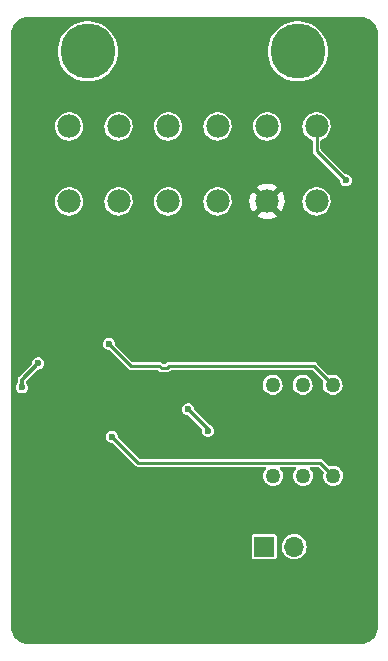
<source format=gbr>
%TF.GenerationSoftware,KiCad,Pcbnew,(6.0.8)*%
%TF.CreationDate,2023-06-01T04:31:02+02:00*%
%TF.ProjectId,BSPD-07,42535044-2d30-4372-9e6b-696361645f70,rev?*%
%TF.SameCoordinates,Original*%
%TF.FileFunction,Copper,L2,Bot*%
%TF.FilePolarity,Positive*%
%FSLAX46Y46*%
G04 Gerber Fmt 4.6, Leading zero omitted, Abs format (unit mm)*
G04 Created by KiCad (PCBNEW (6.0.8)) date 2023-06-01 04:31:02*
%MOMM*%
%LPD*%
G01*
G04 APERTURE LIST*
%TA.AperFunction,ComponentPad*%
%ADD10C,1.269000*%
%TD*%
%TA.AperFunction,ComponentPad*%
%ADD11R,1.700000X1.700000*%
%TD*%
%TA.AperFunction,ComponentPad*%
%ADD12O,1.700000X1.700000*%
%TD*%
%TA.AperFunction,ComponentPad*%
%ADD13C,1.965000*%
%TD*%
%TA.AperFunction,ComponentPad*%
%ADD14C,4.665000*%
%TD*%
%TA.AperFunction,ViaPad*%
%ADD15C,0.600000*%
%TD*%
%TA.AperFunction,Conductor*%
%ADD16C,0.300000*%
%TD*%
%TA.AperFunction,Conductor*%
%ADD17C,0.254000*%
%TD*%
G04 APERTURE END LIST*
D10*
%TO.P,RV1,1,1*%
%TO.N,unconnected-(RV1-Pad1)*%
X170685200Y-113715800D03*
%TO.P,RV1,2,2*%
%TO.N,+5V*%
X173225200Y-113715800D03*
%TO.P,RV1,3,3*%
%TO.N,TPS_TRIG*%
X175765200Y-113715800D03*
%TD*%
%TO.P,RV2,1,1*%
%TO.N,unconnected-(RV2-Pad1)*%
X170736000Y-121437400D03*
%TO.P,RV2,2,2*%
%TO.N,+5V*%
X173276000Y-121437400D03*
%TO.P,RV2,3,3*%
%TO.N,BRAKE_TRIG*%
X175816000Y-121437400D03*
%TD*%
D11*
%TO.P,JP1,1,A*%
%TO.N,SAFETY_IN*%
X169969000Y-127431800D03*
D12*
%TO.P,JP1,2,B*%
%TO.N,SAFETY_OUT*%
X172509000Y-127431800D03*
%TD*%
D13*
%TO.P,J1,1,1*%
%TO.N,+12V*%
X174403800Y-98196400D03*
%TO.P,J1,2,2*%
%TO.N,GND*%
X170213800Y-98196400D03*
%TO.P,J1,3,3*%
%TO.N,SAFETY_OUT*%
X166023800Y-98196400D03*
%TO.P,J1,4,4*%
%TO.N,unconnected-(J1-Pad4)*%
X161833800Y-98196400D03*
%TO.P,J1,5,5*%
%TO.N,+5V*%
X157643800Y-98196400D03*
%TO.P,J1,6,6*%
%TO.N,TPS_IN*%
X153453800Y-98196400D03*
%TO.P,J1,7,7*%
%TO.N,BRAKE_IN*%
X153453800Y-91846400D03*
%TO.P,J1,8,8*%
%TO.N,unconnected-(J1-Pad8)*%
X157643800Y-91846400D03*
%TO.P,J1,9,9*%
%TO.N,unconnected-(J1-Pad9)*%
X161833800Y-91846400D03*
%TO.P,J1,10,10*%
%TO.N,SAFETY_IN*%
X166023800Y-91846400D03*
%TO.P,J1,11,11*%
%TO.N,BRAKE_TRIG*%
X170213800Y-91846400D03*
%TO.P,J1,12,12*%
%TO.N,TPS_TRIG*%
X174403800Y-91846400D03*
D14*
%TO.P,J1,MH1,MH1*%
%TO.N,unconnected-(J1-PadMH1)*%
X172813800Y-85496400D03*
%TO.P,J1,MH2,MH2*%
%TO.N,unconnected-(J1-PadMH2)*%
X155033800Y-85496400D03*
%TD*%
D15*
%TO.N,GND*%
X161592000Y-121503400D03*
X154022800Y-110388400D03*
X153286200Y-110388400D03*
X160499800Y-120929400D03*
X152854400Y-105283000D03*
X171675800Y-103784400D03*
X151584400Y-120370600D03*
X161592000Y-117424200D03*
X159229800Y-120929400D03*
X155597600Y-133629400D03*
X173580800Y-104673400D03*
X159864800Y-120929400D03*
X153311600Y-118135400D03*
X150466800Y-130225800D03*
X152803600Y-126974600D03*
X169161200Y-109296200D03*
X175816000Y-131292600D03*
X169643800Y-103784400D03*
X152962800Y-109372400D03*
X154784800Y-110388400D03*
X172691800Y-103784400D03*
X172691800Y-104673400D03*
X153133800Y-129260600D03*
X173580800Y-103784400D03*
X152708800Y-112166400D03*
X163884800Y-114960400D03*
X154784800Y-118135400D03*
X154022800Y-118135400D03*
X161541200Y-109829600D03*
X161592000Y-104114600D03*
X170659800Y-104673400D03*
X152962800Y-116992400D03*
X161515800Y-111658400D03*
X164640000Y-121488200D03*
X163219600Y-131699000D03*
X171675800Y-104673400D03*
X170659800Y-103784400D03*
%TO.N,+5V*%
X150847800Y-111912400D03*
X165204302Y-117627400D03*
X163547800Y-115798600D03*
X149450800Y-113944400D03*
%TO.N,TPS_TRIG*%
X176882800Y-96418400D03*
X156816800Y-110261400D03*
%TO.N,BRAKE_TRIG*%
X157070800Y-118135400D03*
%TD*%
D16*
%TO.N,+5V*%
X165204302Y-117455102D02*
X163547800Y-115798600D01*
X165204302Y-117627400D02*
X165204302Y-117455102D01*
X149450800Y-113309400D02*
X150847800Y-111912400D01*
X149450800Y-113944400D02*
X149450800Y-113309400D01*
D17*
%TO.N,TPS_TRIG*%
X176882800Y-96418400D02*
X174403800Y-93939400D01*
X161256088Y-112285400D02*
X161775512Y-112285400D01*
X158696400Y-112141000D02*
X161111688Y-112141000D01*
X156816800Y-110261400D02*
X158696400Y-112141000D01*
X174403800Y-93939400D02*
X174403800Y-91855400D01*
X161111688Y-112141000D02*
X161256088Y-112285400D01*
X174190400Y-112141000D02*
X175765200Y-113715800D01*
X161775512Y-112285400D02*
X161919912Y-112141000D01*
X161919912Y-112141000D02*
X174190400Y-112141000D01*
%TO.N,BRAKE_TRIG*%
X157070800Y-118135400D02*
X157121600Y-118135400D01*
X174681000Y-120302400D02*
X175816000Y-121437400D01*
X157121600Y-118135400D02*
X159288600Y-120302400D01*
X159288600Y-120302400D02*
X174681000Y-120302400D01*
%TD*%
%TA.AperFunction,Conductor*%
%TO.N,GND*%
G36*
X178133961Y-82595574D02*
G01*
X178138598Y-82595582D01*
X178152427Y-82598762D01*
X178166269Y-82595630D01*
X178176630Y-82595648D01*
X178186289Y-82596036D01*
X178368572Y-82610382D01*
X178388099Y-82613475D01*
X178588921Y-82661688D01*
X178607715Y-82667794D01*
X178798524Y-82746830D01*
X178816129Y-82755800D01*
X178992229Y-82863714D01*
X179008224Y-82875336D01*
X179165261Y-83009458D01*
X179179242Y-83023439D01*
X179313364Y-83180476D01*
X179324985Y-83196469D01*
X179432900Y-83372571D01*
X179441870Y-83390176D01*
X179520904Y-83580980D01*
X179527012Y-83599779D01*
X179573320Y-83792666D01*
X179575225Y-83800600D01*
X179578318Y-83820128D01*
X179592744Y-84003428D01*
X179593132Y-84013533D01*
X179593118Y-84021699D01*
X179589938Y-84035527D01*
X179593070Y-84049368D01*
X179593063Y-84053278D01*
X179595300Y-84073300D01*
X179595300Y-134162910D01*
X179593126Y-134182061D01*
X179593118Y-134186698D01*
X179589938Y-134200527D01*
X179593070Y-134214369D01*
X179593052Y-134224730D01*
X179592664Y-134234396D01*
X179578318Y-134416672D01*
X179575225Y-134436200D01*
X179527014Y-134637016D01*
X179520906Y-134655815D01*
X179441870Y-134846624D01*
X179432900Y-134864229D01*
X179402384Y-134914027D01*
X179324986Y-135040329D01*
X179313364Y-135056324D01*
X179179242Y-135213361D01*
X179165261Y-135227342D01*
X179008224Y-135361464D01*
X178992231Y-135373085D01*
X178816129Y-135481000D01*
X178798524Y-135489970D01*
X178607715Y-135569006D01*
X178588921Y-135575112D01*
X178388100Y-135623325D01*
X178368572Y-135626418D01*
X178185272Y-135640844D01*
X178175167Y-135641232D01*
X178167001Y-135641218D01*
X178153173Y-135638038D01*
X178139332Y-135641170D01*
X178135422Y-135641163D01*
X178115400Y-135643400D01*
X149996790Y-135643400D01*
X149977639Y-135641226D01*
X149973002Y-135641218D01*
X149959173Y-135638038D01*
X149945331Y-135641170D01*
X149934970Y-135641152D01*
X149925311Y-135640764D01*
X149743028Y-135626418D01*
X149723500Y-135623325D01*
X149522679Y-135575112D01*
X149503885Y-135569006D01*
X149313076Y-135489970D01*
X149295471Y-135481000D01*
X149119369Y-135373085D01*
X149103376Y-135361464D01*
X148946339Y-135227342D01*
X148932358Y-135213361D01*
X148798236Y-135056324D01*
X148786614Y-135040329D01*
X148709216Y-134914027D01*
X148678700Y-134864229D01*
X148669730Y-134846624D01*
X148590694Y-134655815D01*
X148584586Y-134637016D01*
X148536375Y-134436200D01*
X148533282Y-134416672D01*
X148519140Y-134236984D01*
X148519578Y-134212695D01*
X148520049Y-134208601D01*
X148521661Y-134201647D01*
X148521662Y-134200900D01*
X148519454Y-134191222D01*
X148516300Y-134163207D01*
X148516300Y-126561263D01*
X168910500Y-126561263D01*
X168910501Y-128302336D01*
X168922597Y-128363153D01*
X168968680Y-128432120D01*
X169037647Y-128478203D01*
X169049816Y-128480624D01*
X169049817Y-128480624D01*
X169091519Y-128488919D01*
X169098463Y-128490300D01*
X169968859Y-128490300D01*
X170839536Y-128490299D01*
X170900353Y-128478203D01*
X170910670Y-128471310D01*
X170910671Y-128471309D01*
X170959007Y-128439011D01*
X170969320Y-128432120D01*
X171015403Y-128363153D01*
X171017825Y-128350980D01*
X171026293Y-128308405D01*
X171027500Y-128302337D01*
X171027499Y-127416950D01*
X171445482Y-127416950D01*
X171462852Y-127623804D01*
X171520069Y-127823345D01*
X171522887Y-127828827D01*
X171522888Y-127828831D01*
X171612135Y-128002486D01*
X171614955Y-128007973D01*
X171743894Y-128170654D01*
X171748581Y-128174643D01*
X171748584Y-128174646D01*
X171897284Y-128301199D01*
X171901976Y-128305192D01*
X172083180Y-128406464D01*
X172280603Y-128470610D01*
X172486725Y-128495189D01*
X172492860Y-128494717D01*
X172492862Y-128494717D01*
X172687555Y-128479736D01*
X172687560Y-128479735D01*
X172693696Y-128479263D01*
X172699626Y-128477607D01*
X172699628Y-128477607D01*
X172793664Y-128451351D01*
X172893632Y-128423440D01*
X172992558Y-128373469D01*
X173073416Y-128332625D01*
X173073418Y-128332624D01*
X173078917Y-128329846D01*
X173242495Y-128202045D01*
X173378133Y-128044906D01*
X173480667Y-127864414D01*
X173546190Y-127667444D01*
X173572207Y-127461498D01*
X173572622Y-127431800D01*
X173552365Y-127225208D01*
X173492368Y-127026485D01*
X173394913Y-126843201D01*
X173346083Y-126783329D01*
X173267610Y-126687111D01*
X173267607Y-126687108D01*
X173263715Y-126682336D01*
X173256770Y-126676590D01*
X173108518Y-126553945D01*
X173108519Y-126553945D01*
X173103770Y-126550017D01*
X173098353Y-126547088D01*
X173098350Y-126547086D01*
X172926590Y-126454216D01*
X172926585Y-126454214D01*
X172921170Y-126451286D01*
X172722871Y-126389902D01*
X172716746Y-126389258D01*
X172716745Y-126389258D01*
X172522554Y-126368848D01*
X172522552Y-126368848D01*
X172516425Y-126368204D01*
X172447168Y-126374507D01*
X172315836Y-126386459D01*
X172315833Y-126386460D01*
X172309697Y-126387018D01*
X172303791Y-126388756D01*
X172303787Y-126388757D01*
X172182041Y-126424589D01*
X172110560Y-126445627D01*
X171926600Y-126541799D01*
X171764823Y-126671871D01*
X171760865Y-126676588D01*
X171760863Y-126676590D01*
X171756042Y-126682336D01*
X171631391Y-126830889D01*
X171628427Y-126836281D01*
X171628424Y-126836285D01*
X171624622Y-126843201D01*
X171531387Y-127012795D01*
X171468621Y-127210661D01*
X171467935Y-127216778D01*
X171467934Y-127216782D01*
X171466989Y-127225208D01*
X171445482Y-127416950D01*
X171027499Y-127416950D01*
X171027499Y-126561264D01*
X171015403Y-126500447D01*
X170969320Y-126431480D01*
X170900353Y-126385397D01*
X170888184Y-126382976D01*
X170888183Y-126382976D01*
X170845605Y-126374507D01*
X170839537Y-126373300D01*
X169969141Y-126373300D01*
X169098464Y-126373301D01*
X169037647Y-126385397D01*
X169027330Y-126392290D01*
X169027329Y-126392291D01*
X168983065Y-126421868D01*
X168968680Y-126431480D01*
X168922597Y-126500447D01*
X168920176Y-126512616D01*
X168920176Y-126512617D01*
X168914939Y-126538945D01*
X168910500Y-126561263D01*
X148516300Y-126561263D01*
X148516300Y-118129124D01*
X156557109Y-118129124D01*
X156575995Y-118273552D01*
X156579609Y-118281765D01*
X156579610Y-118281769D01*
X156619367Y-118372122D01*
X156634659Y-118406874D01*
X156728383Y-118518373D01*
X156735860Y-118523350D01*
X156842161Y-118594110D01*
X156842163Y-118594111D01*
X156849634Y-118599084D01*
X156988664Y-118642521D01*
X157068829Y-118643990D01*
X157106511Y-118644681D01*
X157174254Y-118665928D01*
X157193297Y-118681565D01*
X159037112Y-120525381D01*
X159044538Y-120533484D01*
X159069618Y-120563373D01*
X159079161Y-120568883D01*
X159079165Y-120568886D01*
X159103397Y-120582876D01*
X159112664Y-120588780D01*
X159144624Y-120611158D01*
X159155275Y-120614012D01*
X159158847Y-120615678D01*
X159162539Y-120617022D01*
X159172082Y-120622531D01*
X159182935Y-120624445D01*
X159182936Y-120624445D01*
X159198396Y-120627171D01*
X159210494Y-120629304D01*
X159221224Y-120631683D01*
X159248256Y-120638926D01*
X159248257Y-120638926D01*
X159258908Y-120641780D01*
X159297781Y-120638379D01*
X159308763Y-120637900D01*
X170038505Y-120637900D01*
X170106626Y-120657902D01*
X170153119Y-120711558D01*
X170163223Y-120781832D01*
X170132141Y-120848210D01*
X170050242Y-120939168D01*
X169961640Y-121092633D01*
X169959602Y-121098906D01*
X169959600Y-121098910D01*
X169948128Y-121134217D01*
X169906880Y-121261165D01*
X169888357Y-121437400D01*
X169906880Y-121613635D01*
X169961640Y-121782167D01*
X170050242Y-121935632D01*
X170168816Y-122067322D01*
X170174158Y-122071203D01*
X170174160Y-122071205D01*
X170306836Y-122167599D01*
X170312178Y-122171480D01*
X170318206Y-122174164D01*
X170318208Y-122174165D01*
X170468031Y-122240870D01*
X170474064Y-122243556D01*
X170480522Y-122244929D01*
X170480526Y-122244930D01*
X170567132Y-122263339D01*
X170647397Y-122280400D01*
X170824603Y-122280400D01*
X170904868Y-122263339D01*
X170991474Y-122244930D01*
X170991478Y-122244929D01*
X170997936Y-122243556D01*
X171003969Y-122240870D01*
X171153792Y-122174165D01*
X171153794Y-122174164D01*
X171159822Y-122171480D01*
X171165164Y-122167599D01*
X171297840Y-122071205D01*
X171297842Y-122071203D01*
X171303184Y-122067322D01*
X171421758Y-121935632D01*
X171510360Y-121782167D01*
X171565120Y-121613635D01*
X171583643Y-121437400D01*
X171565120Y-121261165D01*
X171523872Y-121134217D01*
X171512400Y-121098910D01*
X171512398Y-121098906D01*
X171510360Y-121092633D01*
X171421758Y-120939168D01*
X171339859Y-120848210D01*
X171309142Y-120784203D01*
X171317906Y-120713749D01*
X171363368Y-120659218D01*
X171433495Y-120637900D01*
X172578505Y-120637900D01*
X172646626Y-120657902D01*
X172693119Y-120711558D01*
X172703223Y-120781832D01*
X172672141Y-120848210D01*
X172590242Y-120939168D01*
X172501640Y-121092633D01*
X172499602Y-121098906D01*
X172499600Y-121098910D01*
X172488128Y-121134217D01*
X172446880Y-121261165D01*
X172428357Y-121437400D01*
X172446880Y-121613635D01*
X172501640Y-121782167D01*
X172590242Y-121935632D01*
X172708816Y-122067322D01*
X172714158Y-122071203D01*
X172714160Y-122071205D01*
X172846836Y-122167599D01*
X172852178Y-122171480D01*
X172858206Y-122174164D01*
X172858208Y-122174165D01*
X173008031Y-122240870D01*
X173014064Y-122243556D01*
X173020522Y-122244929D01*
X173020526Y-122244930D01*
X173107132Y-122263339D01*
X173187397Y-122280400D01*
X173364603Y-122280400D01*
X173444868Y-122263339D01*
X173531474Y-122244930D01*
X173531478Y-122244929D01*
X173537936Y-122243556D01*
X173543969Y-122240870D01*
X173693792Y-122174165D01*
X173693794Y-122174164D01*
X173699822Y-122171480D01*
X173705164Y-122167599D01*
X173837840Y-122071205D01*
X173837842Y-122071203D01*
X173843184Y-122067322D01*
X173961758Y-121935632D01*
X174050360Y-121782167D01*
X174105120Y-121613635D01*
X174123643Y-121437400D01*
X174105120Y-121261165D01*
X174063872Y-121134217D01*
X174052400Y-121098910D01*
X174052398Y-121098906D01*
X174050360Y-121092633D01*
X173961758Y-120939168D01*
X173879859Y-120848210D01*
X173849142Y-120784203D01*
X173857906Y-120713749D01*
X173903368Y-120659218D01*
X173973495Y-120637900D01*
X174489842Y-120637900D01*
X174557963Y-120657902D01*
X174578937Y-120674805D01*
X174976037Y-121071905D01*
X175010063Y-121134217D01*
X175006775Y-121199935D01*
X174986880Y-121261165D01*
X174968357Y-121437400D01*
X174986880Y-121613635D01*
X175041640Y-121782167D01*
X175130242Y-121935632D01*
X175248816Y-122067322D01*
X175254158Y-122071203D01*
X175254160Y-122071205D01*
X175386836Y-122167599D01*
X175392178Y-122171480D01*
X175398206Y-122174164D01*
X175398208Y-122174165D01*
X175548031Y-122240870D01*
X175554064Y-122243556D01*
X175560522Y-122244929D01*
X175560526Y-122244930D01*
X175647132Y-122263339D01*
X175727397Y-122280400D01*
X175904603Y-122280400D01*
X175984868Y-122263339D01*
X176071474Y-122244930D01*
X176071478Y-122244929D01*
X176077936Y-122243556D01*
X176083969Y-122240870D01*
X176233792Y-122174165D01*
X176233794Y-122174164D01*
X176239822Y-122171480D01*
X176245164Y-122167599D01*
X176377840Y-122071205D01*
X176377842Y-122071203D01*
X176383184Y-122067322D01*
X176501758Y-121935632D01*
X176590360Y-121782167D01*
X176645120Y-121613635D01*
X176663643Y-121437400D01*
X176645120Y-121261165D01*
X176603872Y-121134217D01*
X176592400Y-121098910D01*
X176592398Y-121098906D01*
X176590360Y-121092633D01*
X176501758Y-120939168D01*
X176383184Y-120807478D01*
X176377842Y-120803597D01*
X176377840Y-120803595D01*
X176245164Y-120707201D01*
X176245163Y-120707200D01*
X176239822Y-120703320D01*
X176233794Y-120700636D01*
X176233792Y-120700635D01*
X176083969Y-120633930D01*
X176077936Y-120631244D01*
X176071478Y-120629871D01*
X176071474Y-120629870D01*
X175983441Y-120611158D01*
X175904603Y-120594400D01*
X175727397Y-120594400D01*
X175563455Y-120629248D01*
X175492665Y-120623846D01*
X175448164Y-120595096D01*
X174932493Y-120079425D01*
X174925066Y-120071321D01*
X174907068Y-120049872D01*
X174899982Y-120041427D01*
X174890437Y-120035916D01*
X174890433Y-120035913D01*
X174866194Y-120021919D01*
X174856923Y-120016013D01*
X174824976Y-119993643D01*
X174814328Y-119990790D01*
X174810754Y-119989123D01*
X174807063Y-119987779D01*
X174797518Y-119982269D01*
X174786665Y-119980355D01*
X174786664Y-119980355D01*
X174771389Y-119977662D01*
X174759096Y-119975494D01*
X174748365Y-119973115D01*
X174721339Y-119965873D01*
X174721334Y-119965873D01*
X174710692Y-119963021D01*
X174699717Y-119963981D01*
X174699715Y-119963981D01*
X174671826Y-119966421D01*
X174660845Y-119966900D01*
X159479759Y-119966900D01*
X159411638Y-119946898D01*
X159390664Y-119929995D01*
X157612283Y-118151615D01*
X157578258Y-118089303D01*
X157576651Y-118080382D01*
X157565155Y-118000107D01*
X157565152Y-118000098D01*
X157563880Y-117991213D01*
X157532108Y-117921334D01*
X157507308Y-117866790D01*
X157507307Y-117866788D01*
X157503592Y-117858618D01*
X157408513Y-117748273D01*
X157286285Y-117669048D01*
X157146734Y-117627314D01*
X157137758Y-117627259D01*
X157137757Y-117627259D01*
X157076444Y-117626885D01*
X157001079Y-117626424D01*
X156861029Y-117666451D01*
X156737842Y-117744176D01*
X156641422Y-117853351D01*
X156637608Y-117861474D01*
X156637607Y-117861476D01*
X156616426Y-117906590D01*
X156579519Y-117985200D01*
X156578139Y-117994065D01*
X156578138Y-117994067D01*
X156561451Y-118101239D01*
X156557109Y-118129124D01*
X148516300Y-118129124D01*
X148516300Y-115792324D01*
X163034109Y-115792324D01*
X163035273Y-115801226D01*
X163035273Y-115801229D01*
X163046896Y-115890114D01*
X163052995Y-115936752D01*
X163056609Y-115944965D01*
X163056610Y-115944969D01*
X163096367Y-116035322D01*
X163111659Y-116070074D01*
X163205383Y-116181573D01*
X163212860Y-116186550D01*
X163319161Y-116257310D01*
X163319163Y-116257311D01*
X163326634Y-116262284D01*
X163465664Y-116305721D01*
X163498627Y-116306325D01*
X163566369Y-116327572D01*
X163585413Y-116343209D01*
X164668631Y-117426426D01*
X164702656Y-117488738D01*
X164704036Y-117534905D01*
X164690611Y-117621124D01*
X164691775Y-117630026D01*
X164691775Y-117630029D01*
X164697164Y-117671239D01*
X164709497Y-117765552D01*
X164713111Y-117773765D01*
X164713112Y-117773769D01*
X164748130Y-117853351D01*
X164768161Y-117898874D01*
X164773936Y-117905744D01*
X164773937Y-117905746D01*
X164856105Y-118003497D01*
X164861885Y-118010373D01*
X164869362Y-118015350D01*
X164975663Y-118086110D01*
X164975665Y-118086111D01*
X164983136Y-118091084D01*
X165122166Y-118134521D01*
X165267800Y-118137190D01*
X165338064Y-118118033D01*
X165399665Y-118101239D01*
X165399666Y-118101239D01*
X165408328Y-118098877D01*
X165416661Y-118093761D01*
X165524804Y-118027361D01*
X165532456Y-118022663D01*
X165539076Y-118015350D01*
X165624175Y-117921334D01*
X165624176Y-117921333D01*
X165630203Y-117914674D01*
X165660657Y-117851818D01*
X165689797Y-117791672D01*
X165689797Y-117791671D01*
X165693712Y-117783591D01*
X165712983Y-117669048D01*
X165717072Y-117644744D01*
X165717072Y-117644741D01*
X165717878Y-117639952D01*
X165718031Y-117627400D01*
X165697382Y-117483213D01*
X165692673Y-117472856D01*
X165640810Y-117358790D01*
X165640809Y-117358788D01*
X165637094Y-117350618D01*
X165542015Y-117240273D01*
X165423713Y-117163592D01*
X165403150Y-117146955D01*
X164092336Y-115836141D01*
X164058310Y-115773829D01*
X164056704Y-115764908D01*
X164042154Y-115663306D01*
X164042153Y-115663303D01*
X164040880Y-115654413D01*
X164037162Y-115646235D01*
X163984308Y-115529990D01*
X163984307Y-115529988D01*
X163980592Y-115521818D01*
X163885513Y-115411473D01*
X163763285Y-115332248D01*
X163623734Y-115290514D01*
X163614758Y-115290459D01*
X163614757Y-115290459D01*
X163553444Y-115290085D01*
X163478079Y-115289624D01*
X163338029Y-115329651D01*
X163214842Y-115407376D01*
X163118422Y-115516551D01*
X163056519Y-115648400D01*
X163055139Y-115657265D01*
X163055138Y-115657267D01*
X163036989Y-115773829D01*
X163034109Y-115792324D01*
X148516300Y-115792324D01*
X148516300Y-113938124D01*
X148937109Y-113938124D01*
X148938273Y-113947026D01*
X148938273Y-113947029D01*
X148949896Y-114035914D01*
X148955995Y-114082552D01*
X148959609Y-114090765D01*
X148959610Y-114090769D01*
X148960037Y-114091739D01*
X149014659Y-114215874D01*
X149020434Y-114222744D01*
X149020435Y-114222746D01*
X149027940Y-114231674D01*
X149108383Y-114327373D01*
X149115860Y-114332350D01*
X149222161Y-114403110D01*
X149222163Y-114403111D01*
X149229634Y-114408084D01*
X149368664Y-114451521D01*
X149514298Y-114454190D01*
X149584562Y-114435033D01*
X149646163Y-114418239D01*
X149646164Y-114418239D01*
X149654826Y-114415877D01*
X149663159Y-114410761D01*
X149716890Y-114377770D01*
X149778954Y-114339663D01*
X149785574Y-114332350D01*
X149870673Y-114238334D01*
X149870674Y-114238333D01*
X149876701Y-114231674D01*
X149885249Y-114214032D01*
X149936295Y-114108672D01*
X149936295Y-114108671D01*
X149940210Y-114100591D01*
X149964376Y-113956952D01*
X149964529Y-113944400D01*
X149943880Y-113800213D01*
X149940162Y-113792035D01*
X149905500Y-113715800D01*
X169837557Y-113715800D01*
X169838247Y-113722365D01*
X169845570Y-113792035D01*
X169856080Y-113892035D01*
X169858119Y-113898309D01*
X169858119Y-113898311D01*
X169874674Y-113949260D01*
X169910840Y-114060567D01*
X169999442Y-114214032D01*
X170003865Y-114218944D01*
X170101495Y-114327373D01*
X170118016Y-114345722D01*
X170123358Y-114349603D01*
X170123360Y-114349605D01*
X170256036Y-114445999D01*
X170261378Y-114449880D01*
X170267406Y-114452564D01*
X170267408Y-114452565D01*
X170271058Y-114454190D01*
X170423264Y-114521956D01*
X170429722Y-114523329D01*
X170429726Y-114523330D01*
X170516332Y-114541739D01*
X170596597Y-114558800D01*
X170773803Y-114558800D01*
X170854068Y-114541739D01*
X170940674Y-114523330D01*
X170940678Y-114523329D01*
X170947136Y-114521956D01*
X171099342Y-114454190D01*
X171102992Y-114452565D01*
X171102994Y-114452564D01*
X171109022Y-114449880D01*
X171114364Y-114445999D01*
X171247040Y-114349605D01*
X171247042Y-114349603D01*
X171252384Y-114345722D01*
X171268906Y-114327373D01*
X171366535Y-114218944D01*
X171370958Y-114214032D01*
X171459560Y-114060567D01*
X171495727Y-113949260D01*
X171512281Y-113898311D01*
X171512281Y-113898309D01*
X171514320Y-113892035D01*
X171524831Y-113792035D01*
X171532153Y-113722365D01*
X171532843Y-113715800D01*
X172377557Y-113715800D01*
X172378247Y-113722365D01*
X172385570Y-113792035D01*
X172396080Y-113892035D01*
X172398119Y-113898309D01*
X172398119Y-113898311D01*
X172414674Y-113949260D01*
X172450840Y-114060567D01*
X172539442Y-114214032D01*
X172543865Y-114218944D01*
X172641495Y-114327373D01*
X172658016Y-114345722D01*
X172663358Y-114349603D01*
X172663360Y-114349605D01*
X172796036Y-114445999D01*
X172801378Y-114449880D01*
X172807406Y-114452564D01*
X172807408Y-114452565D01*
X172811058Y-114454190D01*
X172963264Y-114521956D01*
X172969722Y-114523329D01*
X172969726Y-114523330D01*
X173056332Y-114541739D01*
X173136597Y-114558800D01*
X173313803Y-114558800D01*
X173394068Y-114541739D01*
X173480674Y-114523330D01*
X173480678Y-114523329D01*
X173487136Y-114521956D01*
X173639342Y-114454190D01*
X173642992Y-114452565D01*
X173642994Y-114452564D01*
X173649022Y-114449880D01*
X173654364Y-114445999D01*
X173787040Y-114349605D01*
X173787042Y-114349603D01*
X173792384Y-114345722D01*
X173808906Y-114327373D01*
X173906535Y-114218944D01*
X173910958Y-114214032D01*
X173999560Y-114060567D01*
X174035727Y-113949260D01*
X174052281Y-113898311D01*
X174052281Y-113898309D01*
X174054320Y-113892035D01*
X174064831Y-113792035D01*
X174072153Y-113722365D01*
X174072843Y-113715800D01*
X174062443Y-113616848D01*
X174055010Y-113546126D01*
X174055009Y-113546122D01*
X174054320Y-113539565D01*
X174027784Y-113457896D01*
X174001600Y-113377310D01*
X174001598Y-113377306D01*
X173999560Y-113371033D01*
X173969832Y-113319541D01*
X173914261Y-113223289D01*
X173910958Y-113217568D01*
X173801857Y-113096399D01*
X173796806Y-113090789D01*
X173796805Y-113090788D01*
X173792384Y-113085878D01*
X173787041Y-113081996D01*
X173787040Y-113081995D01*
X173654364Y-112985601D01*
X173654361Y-112985599D01*
X173649022Y-112981720D01*
X173642994Y-112979036D01*
X173642992Y-112979035D01*
X173493169Y-112912330D01*
X173487136Y-112909644D01*
X173480678Y-112908271D01*
X173480674Y-112908270D01*
X173394068Y-112889861D01*
X173313803Y-112872800D01*
X173136597Y-112872800D01*
X173056332Y-112889861D01*
X172969726Y-112908270D01*
X172969722Y-112908271D01*
X172963264Y-112909644D01*
X172851386Y-112959455D01*
X172807410Y-112979035D01*
X172801379Y-112981720D01*
X172658016Y-113085878D01*
X172653595Y-113090788D01*
X172653594Y-113090789D01*
X172648543Y-113096399D01*
X172539442Y-113217568D01*
X172536139Y-113223289D01*
X172480569Y-113319541D01*
X172450840Y-113371033D01*
X172448802Y-113377306D01*
X172448800Y-113377310D01*
X172422616Y-113457896D01*
X172396080Y-113539565D01*
X172395391Y-113546122D01*
X172395390Y-113546126D01*
X172387957Y-113616848D01*
X172377557Y-113715800D01*
X171532843Y-113715800D01*
X171522443Y-113616848D01*
X171515010Y-113546126D01*
X171515009Y-113546122D01*
X171514320Y-113539565D01*
X171487784Y-113457896D01*
X171461600Y-113377310D01*
X171461598Y-113377306D01*
X171459560Y-113371033D01*
X171429832Y-113319541D01*
X171374261Y-113223289D01*
X171370958Y-113217568D01*
X171261857Y-113096399D01*
X171256806Y-113090789D01*
X171256805Y-113090788D01*
X171252384Y-113085878D01*
X171247041Y-113081996D01*
X171247040Y-113081995D01*
X171114364Y-112985601D01*
X171114361Y-112985599D01*
X171109022Y-112981720D01*
X171102994Y-112979036D01*
X171102992Y-112979035D01*
X170953169Y-112912330D01*
X170947136Y-112909644D01*
X170940678Y-112908271D01*
X170940674Y-112908270D01*
X170854068Y-112889861D01*
X170773803Y-112872800D01*
X170596597Y-112872800D01*
X170516332Y-112889861D01*
X170429726Y-112908270D01*
X170429722Y-112908271D01*
X170423264Y-112909644D01*
X170311386Y-112959455D01*
X170267410Y-112979035D01*
X170261379Y-112981720D01*
X170118016Y-113085878D01*
X170113595Y-113090788D01*
X170113594Y-113090789D01*
X170108543Y-113096399D01*
X169999442Y-113217568D01*
X169996139Y-113223289D01*
X169940569Y-113319541D01*
X169910840Y-113371033D01*
X169908802Y-113377306D01*
X169908800Y-113377310D01*
X169882616Y-113457896D01*
X169856080Y-113539565D01*
X169855391Y-113546122D01*
X169855390Y-113546126D01*
X169847957Y-113616848D01*
X169837557Y-113715800D01*
X149905500Y-113715800D01*
X149887308Y-113675790D01*
X149887307Y-113675788D01*
X149883592Y-113667618D01*
X149877733Y-113660818D01*
X149839846Y-113616848D01*
X149810533Y-113552186D01*
X149809300Y-113534601D01*
X149809300Y-113510086D01*
X149829302Y-113441965D01*
X149846205Y-113420991D01*
X150808334Y-112458862D01*
X150870646Y-112424836D01*
X150899738Y-112421978D01*
X150911298Y-112422190D01*
X150985452Y-112401973D01*
X151043163Y-112386239D01*
X151043164Y-112386239D01*
X151051826Y-112383877D01*
X151071032Y-112372085D01*
X151168302Y-112312361D01*
X151175954Y-112307663D01*
X151273701Y-112199674D01*
X151337210Y-112068591D01*
X151361376Y-111924952D01*
X151361452Y-111918713D01*
X151361470Y-111917260D01*
X151361470Y-111917257D01*
X151361529Y-111912400D01*
X151349494Y-111828364D01*
X151342154Y-111777106D01*
X151342153Y-111777103D01*
X151340880Y-111768213D01*
X151337162Y-111760035D01*
X151284308Y-111643790D01*
X151284307Y-111643788D01*
X151280592Y-111635618D01*
X151185513Y-111525273D01*
X151063285Y-111446048D01*
X150923734Y-111404314D01*
X150914758Y-111404259D01*
X150914757Y-111404259D01*
X150853444Y-111403885D01*
X150778079Y-111403424D01*
X150638029Y-111443451D01*
X150514842Y-111521176D01*
X150418422Y-111630351D01*
X150356519Y-111762200D01*
X150355139Y-111771065D01*
X150355138Y-111771067D01*
X150338043Y-111880857D01*
X150307798Y-111945089D01*
X150302638Y-111950566D01*
X149233849Y-113019356D01*
X149217849Y-113032278D01*
X149214938Y-113034927D01*
X149206189Y-113040576D01*
X149199740Y-113048757D01*
X149186802Y-113065168D01*
X149183183Y-113069240D01*
X149183279Y-113069321D01*
X149179920Y-113073285D01*
X149176244Y-113076961D01*
X149165736Y-113091665D01*
X149162208Y-113096366D01*
X149132300Y-113134303D01*
X149129433Y-113142466D01*
X149124406Y-113149501D01*
X149121422Y-113159479D01*
X149110581Y-113195728D01*
X149108755Y-113201348D01*
X149092755Y-113246911D01*
X149092300Y-113252165D01*
X149092300Y-113254875D01*
X149092200Y-113257189D01*
X149092076Y-113257603D01*
X149092011Y-113257600D01*
X149091993Y-113257880D01*
X149090209Y-113263847D01*
X149090618Y-113274251D01*
X149092203Y-113314594D01*
X149092300Y-113319541D01*
X149092300Y-113534423D01*
X149072298Y-113602544D01*
X149060742Y-113617829D01*
X149021422Y-113662351D01*
X149017608Y-113670474D01*
X149017607Y-113670476D01*
X148993245Y-113722365D01*
X148959519Y-113794200D01*
X148937109Y-113938124D01*
X148516300Y-113938124D01*
X148516300Y-110255124D01*
X156303109Y-110255124D01*
X156321995Y-110399552D01*
X156325609Y-110407765D01*
X156325610Y-110407769D01*
X156365367Y-110498122D01*
X156380659Y-110532874D01*
X156474383Y-110644373D01*
X156481860Y-110649350D01*
X156588161Y-110720110D01*
X156588163Y-110720111D01*
X156595634Y-110725084D01*
X156734664Y-110768521D01*
X156800762Y-110769732D01*
X156868504Y-110790979D01*
X156887548Y-110806616D01*
X158444912Y-112363981D01*
X158452338Y-112372084D01*
X158477418Y-112401973D01*
X158486961Y-112407483D01*
X158486965Y-112407486D01*
X158511197Y-112421476D01*
X158520464Y-112427380D01*
X158552424Y-112449758D01*
X158563075Y-112452612D01*
X158566647Y-112454278D01*
X158570339Y-112455622D01*
X158579882Y-112461131D01*
X158590735Y-112463045D01*
X158590736Y-112463045D01*
X158606196Y-112465771D01*
X158618294Y-112467904D01*
X158629024Y-112470283D01*
X158656056Y-112477526D01*
X158656057Y-112477526D01*
X158666708Y-112480380D01*
X158705581Y-112476979D01*
X158716563Y-112476500D01*
X160919721Y-112476500D01*
X160987842Y-112496502D01*
X161016241Y-112521507D01*
X161037106Y-112546373D01*
X161046651Y-112551884D01*
X161070889Y-112565878D01*
X161080157Y-112571782D01*
X161112112Y-112594157D01*
X161122759Y-112597010D01*
X161126334Y-112598677D01*
X161130025Y-112600021D01*
X161139570Y-112605531D01*
X161150423Y-112607445D01*
X161150424Y-112607445D01*
X161165699Y-112610138D01*
X161177992Y-112612306D01*
X161188723Y-112614685D01*
X161215744Y-112621925D01*
X161215745Y-112621925D01*
X161226396Y-112624779D01*
X161265258Y-112621379D01*
X161276240Y-112620900D01*
X161755357Y-112620900D01*
X161766338Y-112621379D01*
X161794227Y-112623819D01*
X161794229Y-112623819D01*
X161805204Y-112624779D01*
X161815846Y-112621927D01*
X161815851Y-112621927D01*
X161842877Y-112614685D01*
X161853608Y-112612306D01*
X161865901Y-112610138D01*
X161881176Y-112607445D01*
X161881177Y-112607445D01*
X161892030Y-112605531D01*
X161901575Y-112600021D01*
X161905266Y-112598677D01*
X161908840Y-112597010D01*
X161919488Y-112594157D01*
X161951441Y-112571783D01*
X161960706Y-112565881D01*
X161984945Y-112551887D01*
X161984949Y-112551884D01*
X161994494Y-112546373D01*
X162001579Y-112537929D01*
X162001583Y-112537926D01*
X162015357Y-112521510D01*
X162074466Y-112482183D01*
X162111879Y-112476500D01*
X173999242Y-112476500D01*
X174067363Y-112496502D01*
X174088337Y-112513405D01*
X174925237Y-113350305D01*
X174959263Y-113412617D01*
X174955975Y-113478335D01*
X174936080Y-113539565D01*
X174935391Y-113546122D01*
X174935390Y-113546126D01*
X174927957Y-113616848D01*
X174917557Y-113715800D01*
X174918247Y-113722365D01*
X174925570Y-113792035D01*
X174936080Y-113892035D01*
X174938119Y-113898309D01*
X174938119Y-113898311D01*
X174954674Y-113949260D01*
X174990840Y-114060567D01*
X175079442Y-114214032D01*
X175083865Y-114218944D01*
X175181495Y-114327373D01*
X175198016Y-114345722D01*
X175203358Y-114349603D01*
X175203360Y-114349605D01*
X175336036Y-114445999D01*
X175341378Y-114449880D01*
X175347406Y-114452564D01*
X175347408Y-114452565D01*
X175351058Y-114454190D01*
X175503264Y-114521956D01*
X175509722Y-114523329D01*
X175509726Y-114523330D01*
X175596332Y-114541739D01*
X175676597Y-114558800D01*
X175853803Y-114558800D01*
X175934068Y-114541739D01*
X176020674Y-114523330D01*
X176020678Y-114523329D01*
X176027136Y-114521956D01*
X176179342Y-114454190D01*
X176182992Y-114452565D01*
X176182994Y-114452564D01*
X176189022Y-114449880D01*
X176194364Y-114445999D01*
X176327040Y-114349605D01*
X176327042Y-114349603D01*
X176332384Y-114345722D01*
X176348906Y-114327373D01*
X176446535Y-114218944D01*
X176450958Y-114214032D01*
X176539560Y-114060567D01*
X176575727Y-113949260D01*
X176592281Y-113898311D01*
X176592281Y-113898309D01*
X176594320Y-113892035D01*
X176604831Y-113792035D01*
X176612153Y-113722365D01*
X176612843Y-113715800D01*
X176602443Y-113616848D01*
X176595010Y-113546126D01*
X176595009Y-113546122D01*
X176594320Y-113539565D01*
X176567784Y-113457896D01*
X176541600Y-113377310D01*
X176541598Y-113377306D01*
X176539560Y-113371033D01*
X176509832Y-113319541D01*
X176454261Y-113223289D01*
X176450958Y-113217568D01*
X176341857Y-113096399D01*
X176336806Y-113090789D01*
X176336805Y-113090788D01*
X176332384Y-113085878D01*
X176327041Y-113081996D01*
X176327040Y-113081995D01*
X176194364Y-112985601D01*
X176194361Y-112985599D01*
X176189022Y-112981720D01*
X176182994Y-112979036D01*
X176182992Y-112979035D01*
X176033169Y-112912330D01*
X176027136Y-112909644D01*
X176020678Y-112908271D01*
X176020674Y-112908270D01*
X175934068Y-112889861D01*
X175853803Y-112872800D01*
X175676597Y-112872800D01*
X175670129Y-112874175D01*
X175670128Y-112874175D01*
X175512657Y-112907647D01*
X175441867Y-112902246D01*
X175397368Y-112873499D01*
X174441882Y-111918014D01*
X174434466Y-111909921D01*
X174430245Y-111904891D01*
X174409382Y-111880027D01*
X174399837Y-111874516D01*
X174399833Y-111874513D01*
X174375594Y-111860519D01*
X174366323Y-111854613D01*
X174334376Y-111832243D01*
X174323728Y-111829390D01*
X174320154Y-111827723D01*
X174316463Y-111826379D01*
X174306918Y-111820869D01*
X174296065Y-111818955D01*
X174296064Y-111818955D01*
X174280789Y-111816262D01*
X174268496Y-111814094D01*
X174257765Y-111811715D01*
X174230739Y-111804473D01*
X174230734Y-111804473D01*
X174220092Y-111801621D01*
X174209117Y-111802581D01*
X174209115Y-111802581D01*
X174181226Y-111805021D01*
X174170245Y-111805500D01*
X161940064Y-111805500D01*
X161929082Y-111805021D01*
X161922818Y-111804473D01*
X161890220Y-111801621D01*
X161879569Y-111804475D01*
X161879568Y-111804475D01*
X161852547Y-111811715D01*
X161841816Y-111814094D01*
X161829523Y-111816262D01*
X161814248Y-111818955D01*
X161814247Y-111818955D01*
X161803394Y-111820869D01*
X161793849Y-111826379D01*
X161790158Y-111827723D01*
X161786583Y-111829390D01*
X161775936Y-111832243D01*
X161766907Y-111838565D01*
X161743982Y-111854617D01*
X161734718Y-111860519D01*
X161700930Y-111880027D01*
X161680066Y-111904892D01*
X161620958Y-111944217D01*
X161583545Y-111949900D01*
X161448055Y-111949900D01*
X161379934Y-111929898D01*
X161351533Y-111904890D01*
X161337759Y-111888474D01*
X161337754Y-111888470D01*
X161330670Y-111880027D01*
X161321125Y-111874516D01*
X161321121Y-111874513D01*
X161296882Y-111860519D01*
X161287611Y-111854613D01*
X161255664Y-111832243D01*
X161245016Y-111829390D01*
X161241442Y-111827723D01*
X161237751Y-111826379D01*
X161228206Y-111820869D01*
X161217353Y-111818955D01*
X161217352Y-111818955D01*
X161202077Y-111816262D01*
X161189784Y-111814094D01*
X161179053Y-111811715D01*
X161152027Y-111804473D01*
X161152022Y-111804473D01*
X161141380Y-111801621D01*
X161130405Y-111802581D01*
X161130403Y-111802581D01*
X161102514Y-111805021D01*
X161091533Y-111805500D01*
X158887559Y-111805500D01*
X158819438Y-111785498D01*
X158798464Y-111768595D01*
X157366416Y-110336547D01*
X157332390Y-110274235D01*
X157330586Y-110261392D01*
X157330529Y-110261400D01*
X157311154Y-110126106D01*
X157311153Y-110126103D01*
X157309880Y-110117213D01*
X157306162Y-110109035D01*
X157253308Y-109992790D01*
X157253307Y-109992788D01*
X157249592Y-109984618D01*
X157154513Y-109874273D01*
X157032285Y-109795048D01*
X156892734Y-109753314D01*
X156883758Y-109753259D01*
X156883757Y-109753259D01*
X156822444Y-109752885D01*
X156747079Y-109752424D01*
X156607029Y-109792451D01*
X156483842Y-109870176D01*
X156387422Y-109979351D01*
X156325519Y-110111200D01*
X156303109Y-110255124D01*
X148516300Y-110255124D01*
X148516300Y-99418350D01*
X169357095Y-99418350D01*
X169361763Y-99424924D01*
X169563111Y-99542583D01*
X169572394Y-99547030D01*
X169791708Y-99630778D01*
X169801606Y-99633654D01*
X170031653Y-99680457D01*
X170041881Y-99681676D01*
X170276481Y-99690279D01*
X170286767Y-99689812D01*
X170519623Y-99659982D01*
X170529709Y-99657839D01*
X170754562Y-99590380D01*
X170764157Y-99586620D01*
X170974973Y-99483341D01*
X170983823Y-99478066D01*
X171058047Y-99425123D01*
X171066447Y-99414424D01*
X171059458Y-99401268D01*
X170226612Y-98568422D01*
X170212668Y-98560808D01*
X170210835Y-98560939D01*
X170204220Y-98565190D01*
X169364355Y-99405055D01*
X169357095Y-99418350D01*
X148516300Y-99418350D01*
X148516300Y-98165090D01*
X152258108Y-98165090D01*
X152272424Y-98383512D01*
X152273845Y-98389108D01*
X152273846Y-98389113D01*
X152303870Y-98507330D01*
X152326305Y-98595667D01*
X152417945Y-98794451D01*
X152544277Y-98973206D01*
X152701069Y-99125946D01*
X152705865Y-99129151D01*
X152705868Y-99129153D01*
X152779633Y-99178441D01*
X152883069Y-99247555D01*
X152888372Y-99249833D01*
X152888375Y-99249835D01*
X152973180Y-99286270D01*
X153084184Y-99333961D01*
X153162017Y-99351573D01*
X153292040Y-99380994D01*
X153292045Y-99380995D01*
X153297677Y-99382269D01*
X153303448Y-99382496D01*
X153303450Y-99382496D01*
X153368810Y-99385064D01*
X153516399Y-99390863D01*
X153624712Y-99375158D01*
X153727310Y-99360283D01*
X153727315Y-99360282D01*
X153733024Y-99359454D01*
X153738488Y-99357599D01*
X153738493Y-99357598D01*
X153934827Y-99290952D01*
X153934832Y-99290950D01*
X153940299Y-99289094D01*
X154020204Y-99244345D01*
X154126233Y-99184966D01*
X154126237Y-99184963D01*
X154131280Y-99182139D01*
X154299572Y-99042172D01*
X154439539Y-98873880D01*
X154442363Y-98868837D01*
X154442366Y-98868833D01*
X154543670Y-98687942D01*
X154543671Y-98687940D01*
X154546494Y-98682899D01*
X154548350Y-98677432D01*
X154548352Y-98677427D01*
X154614998Y-98481093D01*
X154614999Y-98481088D01*
X154616854Y-98475624D01*
X154617682Y-98469915D01*
X154617683Y-98469910D01*
X154636698Y-98338763D01*
X154648263Y-98258999D01*
X154649902Y-98196400D01*
X154647025Y-98165090D01*
X156448108Y-98165090D01*
X156462424Y-98383512D01*
X156463845Y-98389108D01*
X156463846Y-98389113D01*
X156493870Y-98507330D01*
X156516305Y-98595667D01*
X156607945Y-98794451D01*
X156734277Y-98973206D01*
X156891069Y-99125946D01*
X156895865Y-99129151D01*
X156895868Y-99129153D01*
X156969633Y-99178441D01*
X157073069Y-99247555D01*
X157078372Y-99249833D01*
X157078375Y-99249835D01*
X157163180Y-99286270D01*
X157274184Y-99333961D01*
X157352017Y-99351573D01*
X157482040Y-99380994D01*
X157482045Y-99380995D01*
X157487677Y-99382269D01*
X157493448Y-99382496D01*
X157493450Y-99382496D01*
X157558810Y-99385064D01*
X157706399Y-99390863D01*
X157814712Y-99375158D01*
X157917310Y-99360283D01*
X157917315Y-99360282D01*
X157923024Y-99359454D01*
X157928488Y-99357599D01*
X157928493Y-99357598D01*
X158124827Y-99290952D01*
X158124832Y-99290950D01*
X158130299Y-99289094D01*
X158210204Y-99244345D01*
X158316233Y-99184966D01*
X158316237Y-99184963D01*
X158321280Y-99182139D01*
X158489572Y-99042172D01*
X158629539Y-98873880D01*
X158632363Y-98868837D01*
X158632366Y-98868833D01*
X158733670Y-98687942D01*
X158733671Y-98687940D01*
X158736494Y-98682899D01*
X158738350Y-98677432D01*
X158738352Y-98677427D01*
X158804998Y-98481093D01*
X158804999Y-98481088D01*
X158806854Y-98475624D01*
X158807682Y-98469915D01*
X158807683Y-98469910D01*
X158826698Y-98338763D01*
X158838263Y-98258999D01*
X158839902Y-98196400D01*
X158837025Y-98165090D01*
X160638108Y-98165090D01*
X160652424Y-98383512D01*
X160653845Y-98389108D01*
X160653846Y-98389113D01*
X160683870Y-98507330D01*
X160706305Y-98595667D01*
X160797945Y-98794451D01*
X160924277Y-98973206D01*
X161081069Y-99125946D01*
X161085865Y-99129151D01*
X161085868Y-99129153D01*
X161159633Y-99178441D01*
X161263069Y-99247555D01*
X161268372Y-99249833D01*
X161268375Y-99249835D01*
X161353180Y-99286270D01*
X161464184Y-99333961D01*
X161542017Y-99351573D01*
X161672040Y-99380994D01*
X161672045Y-99380995D01*
X161677677Y-99382269D01*
X161683448Y-99382496D01*
X161683450Y-99382496D01*
X161748810Y-99385064D01*
X161896399Y-99390863D01*
X162004712Y-99375158D01*
X162107310Y-99360283D01*
X162107315Y-99360282D01*
X162113024Y-99359454D01*
X162118488Y-99357599D01*
X162118493Y-99357598D01*
X162314827Y-99290952D01*
X162314832Y-99290950D01*
X162320299Y-99289094D01*
X162400204Y-99244345D01*
X162506233Y-99184966D01*
X162506237Y-99184963D01*
X162511280Y-99182139D01*
X162679572Y-99042172D01*
X162819539Y-98873880D01*
X162822363Y-98868837D01*
X162822366Y-98868833D01*
X162923670Y-98687942D01*
X162923671Y-98687940D01*
X162926494Y-98682899D01*
X162928350Y-98677432D01*
X162928352Y-98677427D01*
X162994998Y-98481093D01*
X162994999Y-98481088D01*
X162996854Y-98475624D01*
X162997682Y-98469915D01*
X162997683Y-98469910D01*
X163016698Y-98338763D01*
X163028263Y-98258999D01*
X163029902Y-98196400D01*
X163027025Y-98165090D01*
X164828108Y-98165090D01*
X164842424Y-98383512D01*
X164843845Y-98389108D01*
X164843846Y-98389113D01*
X164873870Y-98507330D01*
X164896305Y-98595667D01*
X164987945Y-98794451D01*
X165114277Y-98973206D01*
X165271069Y-99125946D01*
X165275865Y-99129151D01*
X165275868Y-99129153D01*
X165349633Y-99178441D01*
X165453069Y-99247555D01*
X165458372Y-99249833D01*
X165458375Y-99249835D01*
X165543180Y-99286270D01*
X165654184Y-99333961D01*
X165732017Y-99351573D01*
X165862040Y-99380994D01*
X165862045Y-99380995D01*
X165867677Y-99382269D01*
X165873448Y-99382496D01*
X165873450Y-99382496D01*
X165938810Y-99385064D01*
X166086399Y-99390863D01*
X166194712Y-99375158D01*
X166297310Y-99360283D01*
X166297315Y-99360282D01*
X166303024Y-99359454D01*
X166308488Y-99357599D01*
X166308493Y-99357598D01*
X166504827Y-99290952D01*
X166504832Y-99290950D01*
X166510299Y-99289094D01*
X166590204Y-99244345D01*
X166696233Y-99184966D01*
X166696237Y-99184963D01*
X166701280Y-99182139D01*
X166869572Y-99042172D01*
X167009539Y-98873880D01*
X167012363Y-98868837D01*
X167012366Y-98868833D01*
X167113670Y-98687942D01*
X167113671Y-98687940D01*
X167116494Y-98682899D01*
X167118350Y-98677432D01*
X167118352Y-98677427D01*
X167184998Y-98481093D01*
X167184999Y-98481088D01*
X167186854Y-98475624D01*
X167187682Y-98469915D01*
X167187683Y-98469910D01*
X167206698Y-98338763D01*
X167218263Y-98258999D01*
X167219902Y-98196400D01*
X167217018Y-98165015D01*
X168718935Y-98165015D01*
X168732449Y-98399379D01*
X168733885Y-98409600D01*
X168785495Y-98638605D01*
X168788574Y-98648434D01*
X168876898Y-98865948D01*
X168881543Y-98875144D01*
X168983901Y-99042178D01*
X168994357Y-99051639D01*
X169003135Y-99047855D01*
X169841778Y-98209212D01*
X169848156Y-98197532D01*
X170578208Y-98197532D01*
X170578339Y-98199365D01*
X170582590Y-98205980D01*
X171419218Y-99042608D01*
X171431229Y-99049167D01*
X171442968Y-99040199D01*
X171492765Y-98970898D01*
X171498080Y-98962053D01*
X171602087Y-98751611D01*
X171605886Y-98742016D01*
X171674127Y-98517411D01*
X171676306Y-98507330D01*
X171707185Y-98272782D01*
X171707704Y-98266107D01*
X171709326Y-98199764D01*
X171709132Y-98193047D01*
X171706833Y-98165090D01*
X173208108Y-98165090D01*
X173222424Y-98383512D01*
X173223845Y-98389108D01*
X173223846Y-98389113D01*
X173253870Y-98507330D01*
X173276305Y-98595667D01*
X173367945Y-98794451D01*
X173494277Y-98973206D01*
X173651069Y-99125946D01*
X173655865Y-99129151D01*
X173655868Y-99129153D01*
X173729633Y-99178441D01*
X173833069Y-99247555D01*
X173838372Y-99249833D01*
X173838375Y-99249835D01*
X173923180Y-99286270D01*
X174034184Y-99333961D01*
X174112017Y-99351573D01*
X174242040Y-99380994D01*
X174242045Y-99380995D01*
X174247677Y-99382269D01*
X174253448Y-99382496D01*
X174253450Y-99382496D01*
X174318810Y-99385064D01*
X174466399Y-99390863D01*
X174574712Y-99375158D01*
X174677310Y-99360283D01*
X174677315Y-99360282D01*
X174683024Y-99359454D01*
X174688488Y-99357599D01*
X174688493Y-99357598D01*
X174884827Y-99290952D01*
X174884832Y-99290950D01*
X174890299Y-99289094D01*
X174970204Y-99244345D01*
X175076233Y-99184966D01*
X175076237Y-99184963D01*
X175081280Y-99182139D01*
X175249572Y-99042172D01*
X175389539Y-98873880D01*
X175392363Y-98868837D01*
X175392366Y-98868833D01*
X175493670Y-98687942D01*
X175493671Y-98687940D01*
X175496494Y-98682899D01*
X175498350Y-98677432D01*
X175498352Y-98677427D01*
X175564998Y-98481093D01*
X175564999Y-98481088D01*
X175566854Y-98475624D01*
X175567682Y-98469915D01*
X175567683Y-98469910D01*
X175586698Y-98338763D01*
X175598263Y-98258999D01*
X175599902Y-98196400D01*
X175579873Y-97978428D01*
X175573912Y-97957289D01*
X175522025Y-97773314D01*
X175522024Y-97773312D01*
X175520457Y-97767755D01*
X175506115Y-97738672D01*
X175426200Y-97576618D01*
X175426197Y-97576614D01*
X175423645Y-97571438D01*
X175292677Y-97396052D01*
X175131941Y-97247468D01*
X175127058Y-97244387D01*
X175127054Y-97244384D01*
X174951702Y-97133746D01*
X174951703Y-97133746D01*
X174946819Y-97130665D01*
X174743511Y-97049554D01*
X174528827Y-97006850D01*
X174523052Y-97006774D01*
X174523048Y-97006774D01*
X174413302Y-97005338D01*
X174309955Y-97003985D01*
X174304258Y-97004964D01*
X174304257Y-97004964D01*
X174099923Y-97040075D01*
X174094226Y-97041054D01*
X173888865Y-97116816D01*
X173883904Y-97119768D01*
X173883903Y-97119768D01*
X173705717Y-97225777D01*
X173705714Y-97225779D01*
X173700749Y-97228733D01*
X173536178Y-97373058D01*
X173532603Y-97377593D01*
X173532602Y-97377594D01*
X173447685Y-97485311D01*
X173400664Y-97544956D01*
X173397976Y-97550065D01*
X173301435Y-97733560D01*
X173301433Y-97733565D01*
X173298746Y-97738672D01*
X173233836Y-97947716D01*
X173208108Y-98165090D01*
X171706833Y-98165090D01*
X171689749Y-97957289D01*
X171688064Y-97947109D01*
X171630875Y-97719429D01*
X171627555Y-97709678D01*
X171533944Y-97494386D01*
X171529077Y-97485311D01*
X171442688Y-97351773D01*
X171432003Y-97342570D01*
X171422436Y-97346974D01*
X170585822Y-98183588D01*
X170578208Y-98197532D01*
X169848156Y-98197532D01*
X169849392Y-98195268D01*
X169849261Y-98193435D01*
X169845010Y-98186820D01*
X169008295Y-97350105D01*
X168996759Y-97343805D01*
X168984476Y-97353429D01*
X168916293Y-97453381D01*
X168911200Y-97462345D01*
X168812357Y-97675284D01*
X168808800Y-97684952D01*
X168746065Y-97911168D01*
X168744134Y-97921288D01*
X168719187Y-98154726D01*
X168718935Y-98165015D01*
X167217018Y-98165015D01*
X167199873Y-97978428D01*
X167193912Y-97957289D01*
X167142025Y-97773314D01*
X167142024Y-97773312D01*
X167140457Y-97767755D01*
X167126115Y-97738672D01*
X167046200Y-97576618D01*
X167046197Y-97576614D01*
X167043645Y-97571438D01*
X166912677Y-97396052D01*
X166751941Y-97247468D01*
X166747058Y-97244387D01*
X166747054Y-97244384D01*
X166571702Y-97133746D01*
X166571703Y-97133746D01*
X166566819Y-97130665D01*
X166363511Y-97049554D01*
X166148827Y-97006850D01*
X166143052Y-97006774D01*
X166143048Y-97006774D01*
X166033302Y-97005338D01*
X165929955Y-97003985D01*
X165924258Y-97004964D01*
X165924257Y-97004964D01*
X165719923Y-97040075D01*
X165714226Y-97041054D01*
X165508865Y-97116816D01*
X165503904Y-97119768D01*
X165503903Y-97119768D01*
X165325717Y-97225777D01*
X165325714Y-97225779D01*
X165320749Y-97228733D01*
X165156178Y-97373058D01*
X165152603Y-97377593D01*
X165152602Y-97377594D01*
X165067685Y-97485311D01*
X165020664Y-97544956D01*
X165017976Y-97550065D01*
X164921435Y-97733560D01*
X164921433Y-97733565D01*
X164918746Y-97738672D01*
X164853836Y-97947716D01*
X164828108Y-98165090D01*
X163027025Y-98165090D01*
X163009873Y-97978428D01*
X163003912Y-97957289D01*
X162952025Y-97773314D01*
X162952024Y-97773312D01*
X162950457Y-97767755D01*
X162936115Y-97738672D01*
X162856200Y-97576618D01*
X162856197Y-97576614D01*
X162853645Y-97571438D01*
X162722677Y-97396052D01*
X162561941Y-97247468D01*
X162557058Y-97244387D01*
X162557054Y-97244384D01*
X162381702Y-97133746D01*
X162381703Y-97133746D01*
X162376819Y-97130665D01*
X162173511Y-97049554D01*
X161958827Y-97006850D01*
X161953052Y-97006774D01*
X161953048Y-97006774D01*
X161843302Y-97005338D01*
X161739955Y-97003985D01*
X161734258Y-97004964D01*
X161734257Y-97004964D01*
X161529923Y-97040075D01*
X161524226Y-97041054D01*
X161318865Y-97116816D01*
X161313904Y-97119768D01*
X161313903Y-97119768D01*
X161135717Y-97225777D01*
X161135714Y-97225779D01*
X161130749Y-97228733D01*
X160966178Y-97373058D01*
X160962603Y-97377593D01*
X160962602Y-97377594D01*
X160877685Y-97485311D01*
X160830664Y-97544956D01*
X160827976Y-97550065D01*
X160731435Y-97733560D01*
X160731433Y-97733565D01*
X160728746Y-97738672D01*
X160663836Y-97947716D01*
X160638108Y-98165090D01*
X158837025Y-98165090D01*
X158819873Y-97978428D01*
X158813912Y-97957289D01*
X158762025Y-97773314D01*
X158762024Y-97773312D01*
X158760457Y-97767755D01*
X158746115Y-97738672D01*
X158666200Y-97576618D01*
X158666197Y-97576614D01*
X158663645Y-97571438D01*
X158532677Y-97396052D01*
X158371941Y-97247468D01*
X158367058Y-97244387D01*
X158367054Y-97244384D01*
X158191702Y-97133746D01*
X158191703Y-97133746D01*
X158186819Y-97130665D01*
X157983511Y-97049554D01*
X157768827Y-97006850D01*
X157763052Y-97006774D01*
X157763048Y-97006774D01*
X157653302Y-97005338D01*
X157549955Y-97003985D01*
X157544258Y-97004964D01*
X157544257Y-97004964D01*
X157339923Y-97040075D01*
X157334226Y-97041054D01*
X157128865Y-97116816D01*
X157123904Y-97119768D01*
X157123903Y-97119768D01*
X156945717Y-97225777D01*
X156945714Y-97225779D01*
X156940749Y-97228733D01*
X156776178Y-97373058D01*
X156772603Y-97377593D01*
X156772602Y-97377594D01*
X156687685Y-97485311D01*
X156640664Y-97544956D01*
X156637976Y-97550065D01*
X156541435Y-97733560D01*
X156541433Y-97733565D01*
X156538746Y-97738672D01*
X156473836Y-97947716D01*
X156448108Y-98165090D01*
X154647025Y-98165090D01*
X154629873Y-97978428D01*
X154623912Y-97957289D01*
X154572025Y-97773314D01*
X154572024Y-97773312D01*
X154570457Y-97767755D01*
X154556115Y-97738672D01*
X154476200Y-97576618D01*
X154476197Y-97576614D01*
X154473645Y-97571438D01*
X154342677Y-97396052D01*
X154181941Y-97247468D01*
X154177058Y-97244387D01*
X154177054Y-97244384D01*
X154001702Y-97133746D01*
X154001703Y-97133746D01*
X153996819Y-97130665D01*
X153793511Y-97049554D01*
X153578827Y-97006850D01*
X153573052Y-97006774D01*
X153573048Y-97006774D01*
X153463302Y-97005338D01*
X153359955Y-97003985D01*
X153354258Y-97004964D01*
X153354257Y-97004964D01*
X153149923Y-97040075D01*
X153144226Y-97041054D01*
X152938865Y-97116816D01*
X152933904Y-97119768D01*
X152933903Y-97119768D01*
X152755717Y-97225777D01*
X152755714Y-97225779D01*
X152750749Y-97228733D01*
X152586178Y-97373058D01*
X152582603Y-97377593D01*
X152582602Y-97377594D01*
X152497685Y-97485311D01*
X152450664Y-97544956D01*
X152447976Y-97550065D01*
X152351435Y-97733560D01*
X152351433Y-97733565D01*
X152348746Y-97738672D01*
X152283836Y-97947716D01*
X152258108Y-98165090D01*
X148516300Y-98165090D01*
X148516300Y-96978185D01*
X169360381Y-96978185D01*
X169367125Y-96990515D01*
X170200988Y-97824378D01*
X170214932Y-97831992D01*
X170216765Y-97831861D01*
X170223380Y-97827610D01*
X171061530Y-96989460D01*
X171068550Y-96976604D01*
X171060776Y-96965934D01*
X171045515Y-96953881D01*
X171036932Y-96948178D01*
X170831410Y-96834725D01*
X170822011Y-96830500D01*
X170600722Y-96752137D01*
X170590752Y-96749503D01*
X170359639Y-96708337D01*
X170349385Y-96707367D01*
X170114642Y-96704498D01*
X170104358Y-96705218D01*
X169872309Y-96740727D01*
X169862281Y-96743116D01*
X169639147Y-96816047D01*
X169629638Y-96820044D01*
X169421412Y-96928440D01*
X169412694Y-96933929D01*
X169368834Y-96966860D01*
X169360381Y-96978185D01*
X148516300Y-96978185D01*
X148516300Y-91815090D01*
X152258108Y-91815090D01*
X152272424Y-92033512D01*
X152273845Y-92039108D01*
X152273846Y-92039113D01*
X152324884Y-92240072D01*
X152326305Y-92245667D01*
X152417945Y-92444451D01*
X152544277Y-92623206D01*
X152701069Y-92775946D01*
X152705865Y-92779151D01*
X152705868Y-92779153D01*
X152779633Y-92828441D01*
X152883069Y-92897555D01*
X152888372Y-92899833D01*
X152888375Y-92899835D01*
X153078877Y-92981681D01*
X153084184Y-92983961D01*
X153162017Y-93001573D01*
X153292040Y-93030994D01*
X153292045Y-93030995D01*
X153297677Y-93032269D01*
X153303448Y-93032496D01*
X153303450Y-93032496D01*
X153368810Y-93035064D01*
X153516399Y-93040863D01*
X153624712Y-93025158D01*
X153727310Y-93010283D01*
X153727315Y-93010282D01*
X153733024Y-93009454D01*
X153738488Y-93007599D01*
X153738493Y-93007598D01*
X153934827Y-92940952D01*
X153934832Y-92940950D01*
X153940299Y-92939094D01*
X154020204Y-92894345D01*
X154126233Y-92834966D01*
X154126237Y-92834963D01*
X154131280Y-92832139D01*
X154299572Y-92692172D01*
X154439539Y-92523880D01*
X154442363Y-92518837D01*
X154442366Y-92518833D01*
X154543670Y-92337942D01*
X154543671Y-92337940D01*
X154546494Y-92332899D01*
X154548350Y-92327432D01*
X154548352Y-92327427D01*
X154614998Y-92131093D01*
X154614999Y-92131088D01*
X154616854Y-92125624D01*
X154617682Y-92119915D01*
X154617683Y-92119910D01*
X154647730Y-91912673D01*
X154648263Y-91908999D01*
X154649902Y-91846400D01*
X154647025Y-91815090D01*
X156448108Y-91815090D01*
X156462424Y-92033512D01*
X156463845Y-92039108D01*
X156463846Y-92039113D01*
X156514884Y-92240072D01*
X156516305Y-92245667D01*
X156607945Y-92444451D01*
X156734277Y-92623206D01*
X156891069Y-92775946D01*
X156895865Y-92779151D01*
X156895868Y-92779153D01*
X156969633Y-92828441D01*
X157073069Y-92897555D01*
X157078372Y-92899833D01*
X157078375Y-92899835D01*
X157268877Y-92981681D01*
X157274184Y-92983961D01*
X157352017Y-93001573D01*
X157482040Y-93030994D01*
X157482045Y-93030995D01*
X157487677Y-93032269D01*
X157493448Y-93032496D01*
X157493450Y-93032496D01*
X157558810Y-93035064D01*
X157706399Y-93040863D01*
X157814712Y-93025158D01*
X157917310Y-93010283D01*
X157917315Y-93010282D01*
X157923024Y-93009454D01*
X157928488Y-93007599D01*
X157928493Y-93007598D01*
X158124827Y-92940952D01*
X158124832Y-92940950D01*
X158130299Y-92939094D01*
X158210204Y-92894345D01*
X158316233Y-92834966D01*
X158316237Y-92834963D01*
X158321280Y-92832139D01*
X158489572Y-92692172D01*
X158629539Y-92523880D01*
X158632363Y-92518837D01*
X158632366Y-92518833D01*
X158733670Y-92337942D01*
X158733671Y-92337940D01*
X158736494Y-92332899D01*
X158738350Y-92327432D01*
X158738352Y-92327427D01*
X158804998Y-92131093D01*
X158804999Y-92131088D01*
X158806854Y-92125624D01*
X158807682Y-92119915D01*
X158807683Y-92119910D01*
X158837730Y-91912673D01*
X158838263Y-91908999D01*
X158839902Y-91846400D01*
X158837025Y-91815090D01*
X160638108Y-91815090D01*
X160652424Y-92033512D01*
X160653845Y-92039108D01*
X160653846Y-92039113D01*
X160704884Y-92240072D01*
X160706305Y-92245667D01*
X160797945Y-92444451D01*
X160924277Y-92623206D01*
X161081069Y-92775946D01*
X161085865Y-92779151D01*
X161085868Y-92779153D01*
X161159633Y-92828441D01*
X161263069Y-92897555D01*
X161268372Y-92899833D01*
X161268375Y-92899835D01*
X161458877Y-92981681D01*
X161464184Y-92983961D01*
X161542017Y-93001573D01*
X161672040Y-93030994D01*
X161672045Y-93030995D01*
X161677677Y-93032269D01*
X161683448Y-93032496D01*
X161683450Y-93032496D01*
X161748810Y-93035064D01*
X161896399Y-93040863D01*
X162004712Y-93025158D01*
X162107310Y-93010283D01*
X162107315Y-93010282D01*
X162113024Y-93009454D01*
X162118488Y-93007599D01*
X162118493Y-93007598D01*
X162314827Y-92940952D01*
X162314832Y-92940950D01*
X162320299Y-92939094D01*
X162400204Y-92894345D01*
X162506233Y-92834966D01*
X162506237Y-92834963D01*
X162511280Y-92832139D01*
X162679572Y-92692172D01*
X162819539Y-92523880D01*
X162822363Y-92518837D01*
X162822366Y-92518833D01*
X162923670Y-92337942D01*
X162923671Y-92337940D01*
X162926494Y-92332899D01*
X162928350Y-92327432D01*
X162928352Y-92327427D01*
X162994998Y-92131093D01*
X162994999Y-92131088D01*
X162996854Y-92125624D01*
X162997682Y-92119915D01*
X162997683Y-92119910D01*
X163027730Y-91912673D01*
X163028263Y-91908999D01*
X163029902Y-91846400D01*
X163027025Y-91815090D01*
X164828108Y-91815090D01*
X164842424Y-92033512D01*
X164843845Y-92039108D01*
X164843846Y-92039113D01*
X164894884Y-92240072D01*
X164896305Y-92245667D01*
X164987945Y-92444451D01*
X165114277Y-92623206D01*
X165271069Y-92775946D01*
X165275865Y-92779151D01*
X165275868Y-92779153D01*
X165349633Y-92828441D01*
X165453069Y-92897555D01*
X165458372Y-92899833D01*
X165458375Y-92899835D01*
X165648877Y-92981681D01*
X165654184Y-92983961D01*
X165732017Y-93001573D01*
X165862040Y-93030994D01*
X165862045Y-93030995D01*
X165867677Y-93032269D01*
X165873448Y-93032496D01*
X165873450Y-93032496D01*
X165938810Y-93035064D01*
X166086399Y-93040863D01*
X166194712Y-93025158D01*
X166297310Y-93010283D01*
X166297315Y-93010282D01*
X166303024Y-93009454D01*
X166308488Y-93007599D01*
X166308493Y-93007598D01*
X166504827Y-92940952D01*
X166504832Y-92940950D01*
X166510299Y-92939094D01*
X166590204Y-92894345D01*
X166696233Y-92834966D01*
X166696237Y-92834963D01*
X166701280Y-92832139D01*
X166869572Y-92692172D01*
X167009539Y-92523880D01*
X167012363Y-92518837D01*
X167012366Y-92518833D01*
X167113670Y-92337942D01*
X167113671Y-92337940D01*
X167116494Y-92332899D01*
X167118350Y-92327432D01*
X167118352Y-92327427D01*
X167184998Y-92131093D01*
X167184999Y-92131088D01*
X167186854Y-92125624D01*
X167187682Y-92119915D01*
X167187683Y-92119910D01*
X167217730Y-91912673D01*
X167218263Y-91908999D01*
X167219902Y-91846400D01*
X167217025Y-91815090D01*
X169018108Y-91815090D01*
X169032424Y-92033512D01*
X169033845Y-92039108D01*
X169033846Y-92039113D01*
X169084884Y-92240072D01*
X169086305Y-92245667D01*
X169177945Y-92444451D01*
X169304277Y-92623206D01*
X169461069Y-92775946D01*
X169465865Y-92779151D01*
X169465868Y-92779153D01*
X169539633Y-92828441D01*
X169643069Y-92897555D01*
X169648372Y-92899833D01*
X169648375Y-92899835D01*
X169838877Y-92981681D01*
X169844184Y-92983961D01*
X169922017Y-93001573D01*
X170052040Y-93030994D01*
X170052045Y-93030995D01*
X170057677Y-93032269D01*
X170063448Y-93032496D01*
X170063450Y-93032496D01*
X170128810Y-93035064D01*
X170276399Y-93040863D01*
X170384712Y-93025158D01*
X170487310Y-93010283D01*
X170487315Y-93010282D01*
X170493024Y-93009454D01*
X170498488Y-93007599D01*
X170498493Y-93007598D01*
X170694827Y-92940952D01*
X170694832Y-92940950D01*
X170700299Y-92939094D01*
X170780204Y-92894345D01*
X170886233Y-92834966D01*
X170886237Y-92834963D01*
X170891280Y-92832139D01*
X171059572Y-92692172D01*
X171199539Y-92523880D01*
X171202363Y-92518837D01*
X171202366Y-92518833D01*
X171303670Y-92337942D01*
X171303671Y-92337940D01*
X171306494Y-92332899D01*
X171308350Y-92327432D01*
X171308352Y-92327427D01*
X171374998Y-92131093D01*
X171374999Y-92131088D01*
X171376854Y-92125624D01*
X171377682Y-92119915D01*
X171377683Y-92119910D01*
X171407730Y-91912673D01*
X171408263Y-91908999D01*
X171409902Y-91846400D01*
X171407025Y-91815090D01*
X173208108Y-91815090D01*
X173222424Y-92033512D01*
X173223845Y-92039108D01*
X173223846Y-92039113D01*
X173274884Y-92240072D01*
X173276305Y-92245667D01*
X173367945Y-92444451D01*
X173494277Y-92623206D01*
X173651069Y-92775946D01*
X173655865Y-92779151D01*
X173655868Y-92779153D01*
X173729633Y-92828441D01*
X173833069Y-92897555D01*
X173838372Y-92899833D01*
X173838375Y-92899835D01*
X173992038Y-92965854D01*
X174046731Y-93011123D01*
X174068300Y-93081622D01*
X174068300Y-93919245D01*
X174067821Y-93930226D01*
X174064421Y-93969092D01*
X174067273Y-93979734D01*
X174067273Y-93979739D01*
X174074515Y-94006765D01*
X174076894Y-94017496D01*
X174083669Y-94055918D01*
X174089179Y-94065463D01*
X174090523Y-94069154D01*
X174092190Y-94072728D01*
X174095043Y-94083376D01*
X174117413Y-94115323D01*
X174123319Y-94124594D01*
X174137313Y-94148833D01*
X174137316Y-94148837D01*
X174142827Y-94158382D01*
X174151272Y-94165468D01*
X174172721Y-94183466D01*
X174180825Y-94190893D01*
X176333865Y-96343934D01*
X176367891Y-96406246D01*
X176369706Y-96416692D01*
X176380519Y-96499377D01*
X176387995Y-96556552D01*
X176391609Y-96564765D01*
X176391610Y-96564769D01*
X176392037Y-96565739D01*
X176446659Y-96689874D01*
X176452434Y-96696744D01*
X176452435Y-96696746D01*
X176465538Y-96712334D01*
X176540383Y-96801373D01*
X176547860Y-96806350D01*
X176654161Y-96877110D01*
X176654163Y-96877111D01*
X176661634Y-96882084D01*
X176800664Y-96925521D01*
X176946298Y-96928190D01*
X177016562Y-96909034D01*
X177078163Y-96892239D01*
X177078164Y-96892239D01*
X177086826Y-96889877D01*
X177095159Y-96884761D01*
X177203302Y-96818361D01*
X177210954Y-96813663D01*
X177217574Y-96806350D01*
X177302673Y-96712334D01*
X177302674Y-96712333D01*
X177308701Y-96705674D01*
X177372210Y-96574591D01*
X177396376Y-96430952D01*
X177396529Y-96418400D01*
X177375880Y-96274213D01*
X177315592Y-96141618D01*
X177220513Y-96031273D01*
X177098285Y-95952048D01*
X176958734Y-95910314D01*
X176949758Y-95910259D01*
X176949757Y-95910259D01*
X176900246Y-95909956D01*
X176832249Y-95889537D01*
X176811922Y-95873053D01*
X174776205Y-93837337D01*
X174742180Y-93775025D01*
X174739300Y-93748242D01*
X174739300Y-93080641D01*
X174759302Y-93012520D01*
X174812958Y-92966027D01*
X174824799Y-92961328D01*
X174884827Y-92940952D01*
X174884832Y-92940950D01*
X174890299Y-92939094D01*
X174970204Y-92894345D01*
X175076233Y-92834966D01*
X175076237Y-92834963D01*
X175081280Y-92832139D01*
X175249572Y-92692172D01*
X175389539Y-92523880D01*
X175392363Y-92518837D01*
X175392366Y-92518833D01*
X175493670Y-92337942D01*
X175493671Y-92337940D01*
X175496494Y-92332899D01*
X175498350Y-92327432D01*
X175498352Y-92327427D01*
X175564998Y-92131093D01*
X175564999Y-92131088D01*
X175566854Y-92125624D01*
X175567682Y-92119915D01*
X175567683Y-92119910D01*
X175597730Y-91912673D01*
X175598263Y-91908999D01*
X175599902Y-91846400D01*
X175579873Y-91628428D01*
X175571212Y-91597716D01*
X175522025Y-91423314D01*
X175522024Y-91423312D01*
X175520457Y-91417755D01*
X175506115Y-91388672D01*
X175426200Y-91226618D01*
X175426197Y-91226614D01*
X175423645Y-91221438D01*
X175292677Y-91046052D01*
X175131941Y-90897468D01*
X175127058Y-90894387D01*
X175127054Y-90894384D01*
X174951702Y-90783746D01*
X174951703Y-90783746D01*
X174946819Y-90780665D01*
X174743511Y-90699554D01*
X174528827Y-90656850D01*
X174523052Y-90656774D01*
X174523048Y-90656774D01*
X174413302Y-90655338D01*
X174309955Y-90653985D01*
X174304258Y-90654964D01*
X174304257Y-90654964D01*
X174099923Y-90690075D01*
X174094226Y-90691054D01*
X173888865Y-90766816D01*
X173883904Y-90769768D01*
X173883903Y-90769768D01*
X173705717Y-90875777D01*
X173705714Y-90875779D01*
X173700749Y-90878733D01*
X173536178Y-91023058D01*
X173400664Y-91194956D01*
X173397976Y-91200065D01*
X173301435Y-91383560D01*
X173301433Y-91383565D01*
X173298746Y-91388672D01*
X173233836Y-91597716D01*
X173208108Y-91815090D01*
X171407025Y-91815090D01*
X171389873Y-91628428D01*
X171381212Y-91597716D01*
X171332025Y-91423314D01*
X171332024Y-91423312D01*
X171330457Y-91417755D01*
X171316115Y-91388672D01*
X171236200Y-91226618D01*
X171236197Y-91226614D01*
X171233645Y-91221438D01*
X171102677Y-91046052D01*
X170941941Y-90897468D01*
X170937058Y-90894387D01*
X170937054Y-90894384D01*
X170761702Y-90783746D01*
X170761703Y-90783746D01*
X170756819Y-90780665D01*
X170553511Y-90699554D01*
X170338827Y-90656850D01*
X170333052Y-90656774D01*
X170333048Y-90656774D01*
X170223302Y-90655338D01*
X170119955Y-90653985D01*
X170114258Y-90654964D01*
X170114257Y-90654964D01*
X169909923Y-90690075D01*
X169904226Y-90691054D01*
X169698865Y-90766816D01*
X169693904Y-90769768D01*
X169693903Y-90769768D01*
X169515717Y-90875777D01*
X169515714Y-90875779D01*
X169510749Y-90878733D01*
X169346178Y-91023058D01*
X169210664Y-91194956D01*
X169207976Y-91200065D01*
X169111435Y-91383560D01*
X169111433Y-91383565D01*
X169108746Y-91388672D01*
X169043836Y-91597716D01*
X169018108Y-91815090D01*
X167217025Y-91815090D01*
X167199873Y-91628428D01*
X167191212Y-91597716D01*
X167142025Y-91423314D01*
X167142024Y-91423312D01*
X167140457Y-91417755D01*
X167126115Y-91388672D01*
X167046200Y-91226618D01*
X167046197Y-91226614D01*
X167043645Y-91221438D01*
X166912677Y-91046052D01*
X166751941Y-90897468D01*
X166747058Y-90894387D01*
X166747054Y-90894384D01*
X166571702Y-90783746D01*
X166571703Y-90783746D01*
X166566819Y-90780665D01*
X166363511Y-90699554D01*
X166148827Y-90656850D01*
X166143052Y-90656774D01*
X166143048Y-90656774D01*
X166033302Y-90655338D01*
X165929955Y-90653985D01*
X165924258Y-90654964D01*
X165924257Y-90654964D01*
X165719923Y-90690075D01*
X165714226Y-90691054D01*
X165508865Y-90766816D01*
X165503904Y-90769768D01*
X165503903Y-90769768D01*
X165325717Y-90875777D01*
X165325714Y-90875779D01*
X165320749Y-90878733D01*
X165156178Y-91023058D01*
X165020664Y-91194956D01*
X165017976Y-91200065D01*
X164921435Y-91383560D01*
X164921433Y-91383565D01*
X164918746Y-91388672D01*
X164853836Y-91597716D01*
X164828108Y-91815090D01*
X163027025Y-91815090D01*
X163009873Y-91628428D01*
X163001212Y-91597716D01*
X162952025Y-91423314D01*
X162952024Y-91423312D01*
X162950457Y-91417755D01*
X162936115Y-91388672D01*
X162856200Y-91226618D01*
X162856197Y-91226614D01*
X162853645Y-91221438D01*
X162722677Y-91046052D01*
X162561941Y-90897468D01*
X162557058Y-90894387D01*
X162557054Y-90894384D01*
X162381702Y-90783746D01*
X162381703Y-90783746D01*
X162376819Y-90780665D01*
X162173511Y-90699554D01*
X161958827Y-90656850D01*
X161953052Y-90656774D01*
X161953048Y-90656774D01*
X161843302Y-90655338D01*
X161739955Y-90653985D01*
X161734258Y-90654964D01*
X161734257Y-90654964D01*
X161529923Y-90690075D01*
X161524226Y-90691054D01*
X161318865Y-90766816D01*
X161313904Y-90769768D01*
X161313903Y-90769768D01*
X161135717Y-90875777D01*
X161135714Y-90875779D01*
X161130749Y-90878733D01*
X160966178Y-91023058D01*
X160830664Y-91194956D01*
X160827976Y-91200065D01*
X160731435Y-91383560D01*
X160731433Y-91383565D01*
X160728746Y-91388672D01*
X160663836Y-91597716D01*
X160638108Y-91815090D01*
X158837025Y-91815090D01*
X158819873Y-91628428D01*
X158811212Y-91597716D01*
X158762025Y-91423314D01*
X158762024Y-91423312D01*
X158760457Y-91417755D01*
X158746115Y-91388672D01*
X158666200Y-91226618D01*
X158666197Y-91226614D01*
X158663645Y-91221438D01*
X158532677Y-91046052D01*
X158371941Y-90897468D01*
X158367058Y-90894387D01*
X158367054Y-90894384D01*
X158191702Y-90783746D01*
X158191703Y-90783746D01*
X158186819Y-90780665D01*
X157983511Y-90699554D01*
X157768827Y-90656850D01*
X157763052Y-90656774D01*
X157763048Y-90656774D01*
X157653302Y-90655338D01*
X157549955Y-90653985D01*
X157544258Y-90654964D01*
X157544257Y-90654964D01*
X157339923Y-90690075D01*
X157334226Y-90691054D01*
X157128865Y-90766816D01*
X157123904Y-90769768D01*
X157123903Y-90769768D01*
X156945717Y-90875777D01*
X156945714Y-90875779D01*
X156940749Y-90878733D01*
X156776178Y-91023058D01*
X156640664Y-91194956D01*
X156637976Y-91200065D01*
X156541435Y-91383560D01*
X156541433Y-91383565D01*
X156538746Y-91388672D01*
X156473836Y-91597716D01*
X156448108Y-91815090D01*
X154647025Y-91815090D01*
X154629873Y-91628428D01*
X154621212Y-91597716D01*
X154572025Y-91423314D01*
X154572024Y-91423312D01*
X154570457Y-91417755D01*
X154556115Y-91388672D01*
X154476200Y-91226618D01*
X154476197Y-91226614D01*
X154473645Y-91221438D01*
X154342677Y-91046052D01*
X154181941Y-90897468D01*
X154177058Y-90894387D01*
X154177054Y-90894384D01*
X154001702Y-90783746D01*
X154001703Y-90783746D01*
X153996819Y-90780665D01*
X153793511Y-90699554D01*
X153578827Y-90656850D01*
X153573052Y-90656774D01*
X153573048Y-90656774D01*
X153463302Y-90655338D01*
X153359955Y-90653985D01*
X153354258Y-90654964D01*
X153354257Y-90654964D01*
X153149923Y-90690075D01*
X153144226Y-90691054D01*
X152938865Y-90766816D01*
X152933904Y-90769768D01*
X152933903Y-90769768D01*
X152755717Y-90875777D01*
X152755714Y-90875779D01*
X152750749Y-90878733D01*
X152586178Y-91023058D01*
X152450664Y-91194956D01*
X152447976Y-91200065D01*
X152351435Y-91383560D01*
X152351433Y-91383565D01*
X152348746Y-91388672D01*
X152283836Y-91597716D01*
X152258108Y-91815090D01*
X148516300Y-91815090D01*
X148516300Y-85496400D01*
X152487776Y-85496400D01*
X152507852Y-85815501D01*
X152567764Y-86129570D01*
X152666567Y-86433654D01*
X152668254Y-86437240D01*
X152668256Y-86437244D01*
X152801014Y-86719370D01*
X152801018Y-86719377D01*
X152802702Y-86722956D01*
X152974023Y-86992915D01*
X153177828Y-87239273D01*
X153410903Y-87458145D01*
X153669572Y-87646079D01*
X153949756Y-87800111D01*
X154247035Y-87917813D01*
X154556723Y-87997327D01*
X154873934Y-88037400D01*
X155193666Y-88037400D01*
X155510877Y-87997327D01*
X155820565Y-87917813D01*
X156117844Y-87800111D01*
X156398028Y-87646079D01*
X156656697Y-87458145D01*
X156889772Y-87239273D01*
X157093577Y-86992915D01*
X157264898Y-86722956D01*
X157266582Y-86719377D01*
X157266586Y-86719370D01*
X157399344Y-86437244D01*
X157399346Y-86437240D01*
X157401033Y-86433654D01*
X157499836Y-86129570D01*
X157559748Y-85815501D01*
X157579824Y-85496400D01*
X170267776Y-85496400D01*
X170287852Y-85815501D01*
X170347764Y-86129570D01*
X170446567Y-86433654D01*
X170448254Y-86437240D01*
X170448256Y-86437244D01*
X170581014Y-86719370D01*
X170581018Y-86719377D01*
X170582702Y-86722956D01*
X170754023Y-86992915D01*
X170957828Y-87239273D01*
X171190903Y-87458145D01*
X171449572Y-87646079D01*
X171729756Y-87800111D01*
X172027035Y-87917813D01*
X172336723Y-87997327D01*
X172653934Y-88037400D01*
X172973666Y-88037400D01*
X173290877Y-87997327D01*
X173600565Y-87917813D01*
X173897844Y-87800111D01*
X174178028Y-87646079D01*
X174436697Y-87458145D01*
X174669772Y-87239273D01*
X174873577Y-86992915D01*
X175044898Y-86722956D01*
X175046582Y-86719377D01*
X175046586Y-86719370D01*
X175179344Y-86437244D01*
X175179346Y-86437240D01*
X175181033Y-86433654D01*
X175279836Y-86129570D01*
X175339748Y-85815501D01*
X175359824Y-85496400D01*
X175339748Y-85177299D01*
X175279836Y-84863230D01*
X175181033Y-84559146D01*
X175179344Y-84555556D01*
X175046586Y-84273430D01*
X175046582Y-84273423D01*
X175044898Y-84269844D01*
X174873577Y-83999885D01*
X174669772Y-83753527D01*
X174436697Y-83534655D01*
X174178028Y-83346721D01*
X173904724Y-83196471D01*
X173901306Y-83194592D01*
X173901303Y-83194591D01*
X173897844Y-83192689D01*
X173600565Y-83074987D01*
X173290877Y-82995473D01*
X172973666Y-82955400D01*
X172653934Y-82955400D01*
X172336723Y-82995473D01*
X172027035Y-83074987D01*
X171729756Y-83192689D01*
X171726297Y-83194591D01*
X171726294Y-83194592D01*
X171722877Y-83196471D01*
X171449572Y-83346721D01*
X171190903Y-83534655D01*
X170957828Y-83753527D01*
X170754023Y-83999885D01*
X170582702Y-84269844D01*
X170581018Y-84273423D01*
X170581014Y-84273430D01*
X170448256Y-84555556D01*
X170446567Y-84559146D01*
X170347764Y-84863230D01*
X170287852Y-85177299D01*
X170267776Y-85496400D01*
X157579824Y-85496400D01*
X157559748Y-85177299D01*
X157499836Y-84863230D01*
X157401033Y-84559146D01*
X157399344Y-84555556D01*
X157266586Y-84273430D01*
X157266582Y-84273423D01*
X157264898Y-84269844D01*
X157093577Y-83999885D01*
X156889772Y-83753527D01*
X156656697Y-83534655D01*
X156398028Y-83346721D01*
X156124724Y-83196471D01*
X156121306Y-83194592D01*
X156121303Y-83194591D01*
X156117844Y-83192689D01*
X155820565Y-83074987D01*
X155510877Y-82995473D01*
X155193666Y-82955400D01*
X154873934Y-82955400D01*
X154556723Y-82995473D01*
X154247035Y-83074987D01*
X153949756Y-83192689D01*
X153946297Y-83194591D01*
X153946294Y-83194592D01*
X153942877Y-83196471D01*
X153669572Y-83346721D01*
X153410903Y-83534655D01*
X153177828Y-83753527D01*
X152974023Y-83999885D01*
X152802702Y-84269844D01*
X152801018Y-84273423D01*
X152801014Y-84273430D01*
X152668256Y-84555556D01*
X152666567Y-84559146D01*
X152567764Y-84863230D01*
X152507852Y-85177299D01*
X152487776Y-85496400D01*
X148516300Y-85496400D01*
X148516300Y-84074189D01*
X148519554Y-84045737D01*
X148520050Y-84043597D01*
X148521661Y-84036647D01*
X148521662Y-84035900D01*
X148520080Y-84028967D01*
X148519517Y-84023932D01*
X148519123Y-84000031D01*
X148533282Y-83820128D01*
X148536375Y-83800600D01*
X148538280Y-83792666D01*
X148584588Y-83599779D01*
X148590696Y-83580980D01*
X148669730Y-83390176D01*
X148678700Y-83372571D01*
X148786615Y-83196469D01*
X148798236Y-83180476D01*
X148932358Y-83023439D01*
X148946339Y-83009458D01*
X149103376Y-82875336D01*
X149119371Y-82863714D01*
X149295471Y-82755800D01*
X149313076Y-82746830D01*
X149503885Y-82667794D01*
X149522679Y-82661688D01*
X149723501Y-82613475D01*
X149743028Y-82610382D01*
X149926328Y-82595956D01*
X149936433Y-82595568D01*
X149944599Y-82595582D01*
X149958427Y-82598762D01*
X149972268Y-82595630D01*
X149976178Y-82595637D01*
X149996200Y-82593400D01*
X178114810Y-82593400D01*
X178133961Y-82595574D01*
G37*
%TD.AperFunction*%
%TD*%
M02*

</source>
